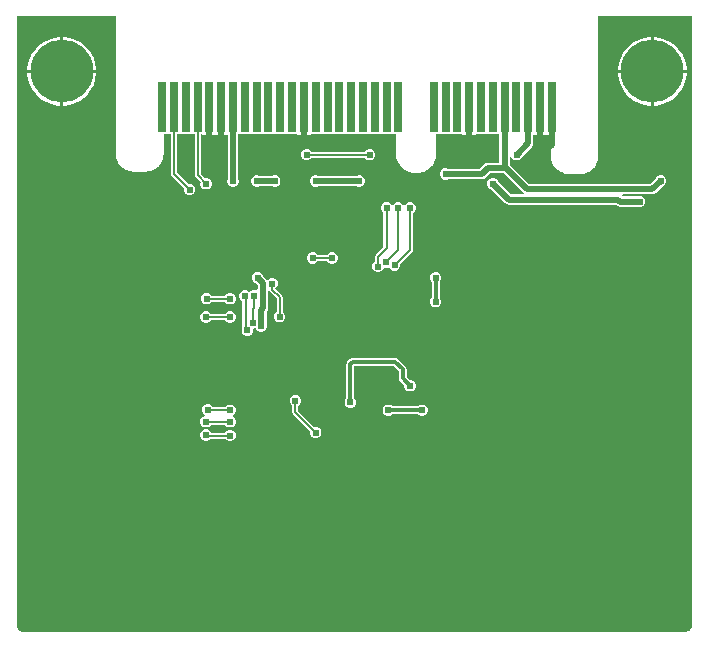
<source format=gbl>
G04*
G04 #@! TF.GenerationSoftware,Altium Limited,Altium Designer,22.7.1 (60)*
G04*
G04 Layer_Physical_Order=2*
G04 Layer_Color=16711680*
%FSLAX25Y25*%
%MOIN*%
G70*
G04*
G04 #@! TF.SameCoordinates,6B1A839A-61CB-4D6D-ABE2-456D9947CFF6*
G04*
G04*
G04 #@! TF.FilePolarity,Positive*
G04*
G01*
G75*
%ADD16C,0.00800*%
%ADD17C,0.01200*%
%ADD41C,0.02400*%
%ADD43R,0.02756X0.16535*%
%ADD44R,0.02756X0.16535*%
%ADD45C,0.00600*%
%ADD46C,0.02000*%
%ADD47C,0.20866*%
%ADD48C,0.01400*%
G36*
X536864Y205500D02*
Y205306D01*
X536788Y204924D01*
X536639Y204565D01*
X536423Y204241D01*
X536148Y203967D01*
X535825Y203750D01*
X535466Y203602D01*
X535084Y203526D01*
X313691D01*
X313310Y203602D01*
X312951Y203750D01*
X312627Y203967D01*
X312352Y204242D01*
X312136Y204565D01*
X311987Y204924D01*
X311912Y205306D01*
Y205500D01*
Y408858D01*
X344643Y408858D01*
X344700Y408846D01*
X344753Y408824D01*
X344801Y408792D01*
X344842Y408751D01*
X344874Y408703D01*
X344896Y408650D01*
X344907Y408593D01*
X344907Y362808D01*
X344917Y362734D01*
X344911Y362660D01*
X344925Y362375D01*
X344965Y362155D01*
X344979Y361933D01*
X345091Y361374D01*
X345186Y361093D01*
X345263Y360806D01*
X345481Y360279D01*
X345629Y360022D01*
X345761Y359756D01*
X346077Y359282D01*
X346273Y359059D01*
X346454Y358824D01*
X346857Y358420D01*
X347092Y358240D01*
X347315Y358044D01*
X347789Y357728D01*
X348056Y357596D01*
X348312Y357448D01*
X348839Y357230D01*
X349126Y357153D01*
X349407Y357057D01*
X349966Y356946D01*
X350188Y356932D01*
X350408Y356892D01*
X350693Y356878D01*
X350767Y356884D01*
X350841Y356874D01*
X354835Y356874D01*
X354909Y356884D01*
X354984Y356878D01*
X355272Y356892D01*
X355491Y356932D01*
X355714Y356946D01*
X356279Y357059D01*
X356560Y357154D01*
X356847Y357231D01*
X357379Y357452D01*
X357636Y357600D01*
X357903Y357731D01*
X358382Y358051D01*
X358605Y358247D01*
X358840Y358428D01*
X359248Y358835D01*
X359429Y359071D01*
X359624Y359294D01*
X359944Y359773D01*
X360076Y360039D01*
X360224Y360296D01*
X360444Y360829D01*
X360521Y361115D01*
X360617Y361396D01*
X360729Y361962D01*
X360744Y362184D01*
X360784Y362403D01*
X360798Y362692D01*
X360792Y362766D01*
X360802Y362840D01*
Y369487D01*
X363150D01*
Y356075D01*
X363150Y356075D01*
X363235Y355646D01*
X363479Y355282D01*
X367600Y351160D01*
Y350468D01*
X367889Y349770D01*
X368424Y349236D01*
X369122Y348946D01*
X369878D01*
X370576Y349236D01*
X371111Y349770D01*
X371400Y350468D01*
Y351224D01*
X371111Y351923D01*
X370576Y352457D01*
X369878Y352747D01*
X369186D01*
X365393Y356539D01*
Y369487D01*
X371126D01*
Y355669D01*
X371204Y355279D01*
X371425Y354948D01*
X373124Y353250D01*
X373100Y353193D01*
Y352437D01*
X373389Y351739D01*
X373924Y351204D01*
X374622Y350915D01*
X375378D01*
X376076Y351204D01*
X376611Y351739D01*
X376900Y352437D01*
Y353193D01*
X376611Y353891D01*
X376076Y354426D01*
X375378Y354715D01*
X374622D01*
X374565Y354692D01*
X373165Y356092D01*
Y369487D01*
X373705D01*
Y369187D01*
X375583D01*
Y378454D01*
X376583D01*
Y369187D01*
X379520D01*
Y378454D01*
X380520D01*
Y369187D01*
X382223D01*
Y354524D01*
X382057Y354122D01*
Y353366D01*
X382346Y352668D01*
X382880Y352133D01*
X383579Y351844D01*
X384335D01*
X385033Y352133D01*
X385567Y352668D01*
X385857Y353366D01*
Y354122D01*
X385690Y354524D01*
Y369487D01*
X405201D01*
Y369187D01*
X407079D01*
Y378454D01*
X408079D01*
Y369187D01*
X409957D01*
Y369487D01*
X438214D01*
Y362903D01*
X438224Y362829D01*
X438218Y362755D01*
X438234Y362421D01*
X438274Y362202D01*
X438289Y361979D01*
X438419Y361325D01*
X438514Y361044D01*
X438591Y360757D01*
X438846Y360141D01*
X438995Y359884D01*
X439126Y359618D01*
X439497Y359063D01*
X439692Y358840D01*
X439873Y358605D01*
X440345Y358133D01*
X440580Y357952D01*
X440803Y357757D01*
X441358Y357386D01*
X441624Y357255D01*
X441881Y357106D01*
X442498Y356851D01*
X442784Y356774D01*
X443065Y356679D01*
X443719Y356549D01*
X443942Y356534D01*
X444161Y356494D01*
X444495Y356478D01*
X444569Y356484D01*
X444643Y356474D01*
X445317D01*
X445391Y356484D01*
X445466Y356478D01*
X445799Y356494D01*
X446019Y356534D01*
X446241Y356549D01*
X446896Y356679D01*
X447177Y356774D01*
X447463Y356851D01*
X448079Y357106D01*
X448337Y357255D01*
X448603Y357386D01*
X449157Y357757D01*
X449380Y357952D01*
X449616Y358133D01*
X450087Y358605D01*
X450268Y358840D01*
X450464Y359063D01*
X450835Y359618D01*
X450966Y359884D01*
X451114Y360141D01*
X451369Y360757D01*
X451446Y361044D01*
X451542Y361325D01*
X451672Y361979D01*
X451686Y362202D01*
X451726Y362421D01*
X451743Y362755D01*
X451736Y362829D01*
X451746Y362903D01*
Y369487D01*
X460319D01*
Y369187D01*
X462197D01*
Y378454D01*
X463197D01*
Y369187D01*
X465075D01*
Y369487D01*
X472775D01*
Y359733D01*
X469000D01*
X468337Y359601D01*
X467774Y359226D01*
X466282Y357733D01*
X455603D01*
X455201Y357900D01*
X454445D01*
X453747Y357611D01*
X453212Y357076D01*
X452923Y356378D01*
Y355622D01*
X453212Y354924D01*
X453747Y354389D01*
X454445Y354100D01*
X455201D01*
X455603Y354267D01*
X467000D01*
X467663Y354399D01*
X468226Y354774D01*
X469718Y356267D01*
X474282D01*
X480774Y349774D01*
X480774Y349774D01*
X480836Y349733D01*
X480684Y349233D01*
X476604D01*
X472348Y353489D01*
X472182Y353891D01*
X471647Y354426D01*
X470949Y354715D01*
X470193D01*
X469495Y354426D01*
X468960Y353891D01*
X468671Y353193D01*
Y352437D01*
X468960Y351739D01*
X469495Y351204D01*
X469897Y351038D01*
X474660Y346274D01*
X475222Y345899D01*
X475886Y345767D01*
X511582D01*
X511715Y345634D01*
X512277Y345258D01*
X512941Y345126D01*
X518720D01*
X519122Y344959D01*
X519878D01*
X520576Y345249D01*
X521111Y345783D01*
X521400Y346481D01*
Y347237D01*
X521111Y347936D01*
X520576Y348470D01*
X519878Y348759D01*
X519122D01*
X518720Y348593D01*
X513919D01*
X513777Y348767D01*
X514015Y349267D01*
X523756D01*
X524419Y349399D01*
X524982Y349774D01*
X527174Y351967D01*
X527576Y352133D01*
X528111Y352668D01*
X528400Y353366D01*
Y354122D01*
X528111Y354820D01*
X527576Y355355D01*
X526878Y355644D01*
X526122D01*
X525424Y355355D01*
X524889Y354820D01*
X524723Y354418D01*
X523038Y352733D01*
X482718D01*
X476241Y359210D01*
Y361682D01*
X476741Y361781D01*
X476889Y361424D01*
X477424Y360889D01*
X478122Y360600D01*
X478878D01*
X479576Y360889D01*
X480111Y361424D01*
X480277Y361826D01*
X483607Y365156D01*
X483983Y365719D01*
X484115Y366382D01*
Y369187D01*
X485819D01*
Y378454D01*
X486819D01*
Y369187D01*
X488697D01*
Y369187D01*
X489789D01*
Y362502D01*
X489799Y362427D01*
X489793Y362353D01*
X489810Y362010D01*
X489850Y361790D01*
X489864Y361568D01*
X489998Y360895D01*
X490094Y360614D01*
X490170Y360327D01*
X490433Y359693D01*
X490581Y359436D01*
X490713Y359170D01*
X491094Y358599D01*
X491290Y358376D01*
X491470Y358141D01*
X491956Y357655D01*
X492191Y357474D01*
X492414Y357279D01*
X492985Y356898D01*
X493251Y356766D01*
X493508Y356618D01*
X494142Y356355D01*
X494429Y356278D01*
X494710Y356183D01*
X495383Y356049D01*
X495606Y356035D01*
X495825Y355995D01*
X496168Y355978D01*
X496243Y355984D01*
X496316Y355974D01*
X499605Y355974D01*
X499679Y355984D01*
X499753Y355978D01*
X500052Y355993D01*
X500272Y356032D01*
X500494Y356047D01*
X501081Y356164D01*
X501362Y356259D01*
X501649Y356336D01*
X502202Y356565D01*
X502459Y356713D01*
X502725Y356845D01*
X503223Y357177D01*
X503446Y357373D01*
X503681Y357553D01*
X504104Y357977D01*
X504285Y358212D01*
X504481Y358435D01*
X504813Y358933D01*
X504944Y359199D01*
X505093Y359456D01*
X505322Y360009D01*
X505398Y360295D01*
X505494Y360576D01*
X505611Y361163D01*
X505625Y361386D01*
X505665Y361605D01*
X505680Y361904D01*
X505674Y361979D01*
X505683Y362053D01*
X505683Y408858D01*
X536864D01*
X536864Y205500D01*
D02*
G37*
%LPC*%
G36*
X524620Y401698D02*
X524221D01*
Y390765D01*
X535153D01*
Y391165D01*
X534872Y392943D01*
X534316Y394654D01*
X533499Y396258D01*
X532441Y397713D01*
X531169Y398986D01*
X529713Y400044D01*
X528109Y400861D01*
X526398Y401417D01*
X524620Y401698D01*
D02*
G37*
G36*
X523220D02*
X522821D01*
X521043Y401417D01*
X519332Y400861D01*
X517728Y400044D01*
X516272Y398986D01*
X515000Y397713D01*
X513942Y396258D01*
X513125Y394654D01*
X512569Y392943D01*
X512287Y391165D01*
Y390765D01*
X523220D01*
Y401698D01*
D02*
G37*
G36*
X327770D02*
X327370D01*
Y390765D01*
X338303D01*
Y391165D01*
X338022Y392943D01*
X337466Y394654D01*
X336649Y396258D01*
X335591Y397713D01*
X334318Y398986D01*
X332862Y400044D01*
X331259Y400861D01*
X329547Y401417D01*
X327770Y401698D01*
D02*
G37*
G36*
X326370D02*
X325970D01*
X324193Y401417D01*
X322481Y400861D01*
X320878Y400044D01*
X319422Y398986D01*
X318149Y397713D01*
X317092Y396258D01*
X316275Y394654D01*
X315719Y392943D01*
X315437Y391165D01*
Y390765D01*
X326370D01*
Y401698D01*
D02*
G37*
G36*
X535153Y389765D02*
X524221D01*
Y378832D01*
X524620D01*
X526398Y379114D01*
X528109Y379670D01*
X529713Y380487D01*
X531169Y381545D01*
X532441Y382817D01*
X533499Y384273D01*
X534316Y385877D01*
X534872Y387588D01*
X535153Y389366D01*
Y389765D01*
D02*
G37*
G36*
X523220D02*
X512287D01*
Y389366D01*
X512569Y387588D01*
X513125Y385877D01*
X513942Y384273D01*
X515000Y382817D01*
X516272Y381545D01*
X517728Y380487D01*
X519332Y379670D01*
X521043Y379114D01*
X522821Y378832D01*
X523220D01*
Y389765D01*
D02*
G37*
G36*
X338303D02*
X327370D01*
Y378832D01*
X327770D01*
X329547Y379114D01*
X331259Y379670D01*
X332862Y380487D01*
X334318Y381545D01*
X335591Y382817D01*
X336649Y384273D01*
X337466Y385877D01*
X338022Y387588D01*
X338303Y389366D01*
Y389765D01*
D02*
G37*
G36*
X326370D02*
X315437D01*
Y389366D01*
X315719Y387588D01*
X316275Y385877D01*
X317092Y384273D01*
X318149Y382817D01*
X319422Y381545D01*
X320878Y380487D01*
X322481Y379670D01*
X324193Y379114D01*
X325970Y378832D01*
X326370D01*
Y389765D01*
D02*
G37*
G36*
X408878Y364408D02*
X408122D01*
X407424Y364119D01*
X406889Y363584D01*
X406600Y362886D01*
Y362130D01*
X406889Y361432D01*
X407424Y360897D01*
X408122Y360608D01*
X408878D01*
X409576Y360897D01*
X410111Y361432D01*
X410134Y361488D01*
X427863D01*
X427889Y361424D01*
X428424Y360889D01*
X429122Y360600D01*
X429878D01*
X430576Y360889D01*
X431111Y361424D01*
X431400Y362122D01*
Y362878D01*
X431111Y363576D01*
X430576Y364111D01*
X429878Y364400D01*
X429122D01*
X428424Y364111D01*
X427889Y363576D01*
X427869Y363527D01*
X410134D01*
X410111Y363584D01*
X409576Y364119D01*
X408878Y364408D01*
D02*
G37*
G36*
X426378Y355644D02*
X425622D01*
X425220Y355477D01*
X412296D01*
X411894Y355644D01*
X411138D01*
X410440Y355355D01*
X409905Y354820D01*
X409616Y354122D01*
Y353366D01*
X409905Y352668D01*
X410440Y352133D01*
X411138Y351844D01*
X411894D01*
X412296Y352011D01*
X425220D01*
X425622Y351844D01*
X426378D01*
X427076Y352133D01*
X427611Y352668D01*
X427900Y353366D01*
Y354122D01*
X427611Y354820D01*
X427076Y355355D01*
X426378Y355644D01*
D02*
G37*
G36*
X398234D02*
X397478D01*
X397076Y355477D01*
X392736D01*
X392334Y355644D01*
X391578D01*
X390880Y355355D01*
X390345Y354820D01*
X390056Y354122D01*
Y353366D01*
X390345Y352668D01*
X390880Y352133D01*
X391578Y351844D01*
X392334D01*
X392736Y352011D01*
X397076D01*
X397478Y351844D01*
X398234D01*
X398932Y352133D01*
X399467Y352668D01*
X399756Y353366D01*
Y354122D01*
X399467Y354820D01*
X398932Y355355D01*
X398234Y355644D01*
D02*
G37*
G36*
X443378Y346672D02*
X442622D01*
X441924Y346382D01*
X441389Y345848D01*
X441271Y345561D01*
X440729D01*
X440611Y345848D01*
X440076Y346382D01*
X439378Y346672D01*
X438622D01*
X437924Y346382D01*
X437389Y345848D01*
X437339Y345728D01*
X436798D01*
X436749Y345848D01*
X436214Y346382D01*
X435516Y346672D01*
X434760D01*
X434062Y346382D01*
X433527Y345848D01*
X433238Y345149D01*
Y344394D01*
X433527Y343695D01*
X434062Y343161D01*
X434118Y343137D01*
Y331655D01*
X431557Y329094D01*
X431336Y328763D01*
X431258Y328373D01*
Y326802D01*
X431202Y326779D01*
X430667Y326244D01*
X430378Y325546D01*
Y324790D01*
X430667Y324092D01*
X431202Y323557D01*
X431900Y323268D01*
X432656D01*
X433354Y323557D01*
X433889Y324092D01*
X434069Y324527D01*
X434556Y324866D01*
X435312D01*
X435970Y325138D01*
X436210Y324559D01*
X436744Y324024D01*
X437442Y323735D01*
X438198D01*
X438897Y324024D01*
X439431Y324559D01*
X439720Y325257D01*
Y326013D01*
X439697Y326070D01*
X443721Y330094D01*
X443942Y330424D01*
X444020Y330815D01*
Y343137D01*
X444076Y343161D01*
X444611Y343695D01*
X444900Y344394D01*
Y345149D01*
X444611Y345848D01*
X444076Y346382D01*
X443378Y346672D01*
D02*
G37*
G36*
X417378Y329900D02*
X416622D01*
X415924Y329611D01*
X415389Y329076D01*
X415366Y329020D01*
X412134D01*
X412111Y329076D01*
X411576Y329611D01*
X410878Y329900D01*
X410122D01*
X409424Y329611D01*
X408889Y329076D01*
X408600Y328378D01*
Y327622D01*
X408889Y326924D01*
X409424Y326389D01*
X410122Y326100D01*
X410878D01*
X411576Y326389D01*
X412111Y326924D01*
X412134Y326980D01*
X415366D01*
X415389Y326924D01*
X415924Y326389D01*
X416622Y326100D01*
X417378D01*
X418076Y326389D01*
X418611Y326924D01*
X418900Y327622D01*
Y328378D01*
X418611Y329076D01*
X418076Y329611D01*
X417378Y329900D01*
D02*
G37*
G36*
X392534Y323400D02*
X391778D01*
X391080Y323111D01*
X390545Y322576D01*
X390256Y321878D01*
Y321122D01*
X390545Y320424D01*
X391080Y319889D01*
X391297Y319799D01*
X392167Y318930D01*
Y317571D01*
X391667Y317237D01*
X391378Y317357D01*
X390622D01*
X389924Y317068D01*
X389450Y316594D01*
X388976Y317068D01*
X388278Y317357D01*
X387522D01*
X386824Y317068D01*
X386289Y316533D01*
X386000Y315835D01*
Y315079D01*
X386289Y314381D01*
X386824Y313846D01*
X387078Y313740D01*
Y305500D01*
X387078Y305500D01*
X387164Y305071D01*
X387174Y305056D01*
X387109Y304991D01*
X386820Y304293D01*
Y303537D01*
X387109Y302839D01*
X387643Y302304D01*
X388342Y302015D01*
X389098D01*
X389796Y302304D01*
X390330Y302839D01*
X390620Y303537D01*
Y304293D01*
X391028Y304615D01*
X391514Y304816D01*
X391763Y304215D01*
X392298Y303680D01*
X392996Y303391D01*
X393752D01*
X394450Y303680D01*
X394985Y304215D01*
X395274Y304913D01*
Y305669D01*
X395133Y306009D01*
Y310078D01*
X395501Y310628D01*
X395633Y311292D01*
Y316928D01*
X396096Y317022D01*
X396133Y317014D01*
X396343Y316701D01*
X398480Y314563D01*
Y310134D01*
X398424Y310111D01*
X397889Y309576D01*
X397600Y308878D01*
Y308122D01*
X397889Y307424D01*
X398424Y306889D01*
X399122Y306600D01*
X399878D01*
X400576Y306889D01*
X401111Y307424D01*
X401400Y308122D01*
Y308878D01*
X401111Y309576D01*
X400576Y310111D01*
X400520Y310134D01*
Y314985D01*
X400442Y315375D01*
X400221Y315706D01*
X398083Y317844D01*
Y318007D01*
X398521Y318445D01*
X398810Y319144D01*
Y319900D01*
X398521Y320598D01*
X397987Y321132D01*
X397288Y321422D01*
X396533D01*
X395834Y321132D01*
X395535Y320833D01*
X395126Y320873D01*
X394010Y321989D01*
X393767Y322576D01*
X393232Y323111D01*
X392534Y323400D01*
D02*
G37*
G36*
X383378Y316400D02*
X382622D01*
X381924Y316111D01*
X381389Y315576D01*
X381366Y315520D01*
X376772D01*
X376748Y315576D01*
X376214Y316111D01*
X375516Y316400D01*
X374760D01*
X374061Y316111D01*
X373527Y315576D01*
X373238Y314878D01*
Y314122D01*
X373527Y313424D01*
X374061Y312889D01*
X374760Y312600D01*
X375516D01*
X376214Y312889D01*
X376748Y313424D01*
X376772Y313480D01*
X381366D01*
X381389Y313424D01*
X381924Y312889D01*
X382622Y312600D01*
X383378D01*
X384076Y312889D01*
X384611Y313424D01*
X384900Y314122D01*
Y314878D01*
X384611Y315576D01*
X384076Y316111D01*
X383378Y316400D01*
D02*
G37*
G36*
X451878Y323400D02*
X451122D01*
X450424Y323111D01*
X449889Y322576D01*
X449600Y321878D01*
Y321122D01*
X449889Y320424D01*
X450175Y320139D01*
Y314861D01*
X449889Y314576D01*
X449600Y313878D01*
Y313122D01*
X449889Y312424D01*
X450424Y311889D01*
X451122Y311600D01*
X451878D01*
X452576Y311889D01*
X453111Y312424D01*
X453400Y313122D01*
Y313878D01*
X453111Y314576D01*
X452825Y314861D01*
Y320139D01*
X453111Y320424D01*
X453400Y321122D01*
Y321878D01*
X453111Y322576D01*
X452576Y323111D01*
X451878Y323400D01*
D02*
G37*
G36*
X383378Y310321D02*
X382622D01*
X381924Y310032D01*
X381389Y309497D01*
X381366Y309441D01*
X376634D01*
X376611Y309497D01*
X376076Y310032D01*
X375378Y310321D01*
X374622D01*
X373924Y310032D01*
X373389Y309497D01*
X373100Y308799D01*
Y308043D01*
X373389Y307345D01*
X373924Y306810D01*
X374622Y306521D01*
X375378D01*
X376076Y306810D01*
X376611Y307345D01*
X376634Y307402D01*
X381366D01*
X381389Y307345D01*
X381924Y306810D01*
X382622Y306521D01*
X383378D01*
X384076Y306810D01*
X384611Y307345D01*
X384900Y308043D01*
Y308799D01*
X384611Y309497D01*
X384076Y310032D01*
X383378Y310321D01*
D02*
G37*
G36*
X438000Y294826D02*
X423835D01*
X423327Y294725D01*
X422897Y294437D01*
X422110Y293650D01*
X421823Y293220D01*
X421722Y292713D01*
Y281280D01*
X421437Y280995D01*
X421147Y280296D01*
Y279540D01*
X421437Y278842D01*
X421971Y278308D01*
X422669Y278018D01*
X423425D01*
X424123Y278308D01*
X424658Y278842D01*
X424947Y279540D01*
Y280296D01*
X424658Y280995D01*
X424373Y281280D01*
Y292164D01*
X424384Y292175D01*
X437451D01*
X439175Y290451D01*
Y288000D01*
X439275Y287493D01*
X439563Y287063D01*
X441100Y285525D01*
Y285122D01*
X441389Y284424D01*
X441924Y283889D01*
X442622Y283600D01*
X443378D01*
X444076Y283889D01*
X444611Y284424D01*
X444900Y285122D01*
Y285878D01*
X444611Y286576D01*
X444076Y287111D01*
X443378Y287400D01*
X442975D01*
X441825Y288549D01*
Y291000D01*
X441725Y291507D01*
X441437Y291937D01*
X438937Y294437D01*
X438507Y294725D01*
X438000Y294826D01*
D02*
G37*
G36*
X447378Y279201D02*
X446622D01*
X445924Y278911D01*
X445639Y278626D01*
X437081D01*
X436796Y278911D01*
X436097Y279201D01*
X435342D01*
X434643Y278911D01*
X434109Y278377D01*
X433819Y277679D01*
Y276923D01*
X434109Y276224D01*
X434643Y275690D01*
X435342Y275401D01*
X436097D01*
X436796Y275690D01*
X437081Y275975D01*
X445639D01*
X445924Y275690D01*
X446622Y275401D01*
X447378D01*
X448076Y275690D01*
X448611Y276224D01*
X448900Y276923D01*
Y277679D01*
X448611Y278377D01*
X448076Y278911D01*
X447378Y279201D01*
D02*
G37*
G36*
X375878Y279400D02*
X375122D01*
X374424Y279111D01*
X373889Y278576D01*
X373600Y277878D01*
Y277122D01*
X373889Y276424D01*
X374424Y275889D01*
X374490Y275862D01*
X374460Y275333D01*
X373924Y275111D01*
X373389Y274576D01*
X373100Y273878D01*
Y273122D01*
X373389Y272424D01*
X373924Y271889D01*
X374622Y271600D01*
X375378D01*
X376076Y271889D01*
X376611Y272424D01*
X376634Y272480D01*
X381366D01*
X381389Y272424D01*
X381924Y271889D01*
X382622Y271600D01*
X383378D01*
X384076Y271889D01*
X384611Y272424D01*
X384900Y273122D01*
Y273878D01*
X384611Y274576D01*
X384076Y275111D01*
X384030Y275130D01*
Y275671D01*
X384076Y275690D01*
X384611Y276224D01*
X384900Y276923D01*
Y277679D01*
X384611Y278377D01*
X384076Y278911D01*
X383378Y279201D01*
X382622D01*
X381924Y278911D01*
X381389Y278377D01*
X381366Y278320D01*
X377217D01*
X377111Y278576D01*
X376576Y279111D01*
X375878Y279400D01*
D02*
G37*
G36*
X405130Y282400D02*
X404374D01*
X403676Y282111D01*
X403141Y281576D01*
X402852Y280878D01*
Y280122D01*
X403141Y279424D01*
X403676Y278889D01*
X403732Y278866D01*
Y276610D01*
X403810Y276220D01*
X404031Y275889D01*
X409639Y270281D01*
X409616Y270224D01*
Y269468D01*
X409905Y268770D01*
X410440Y268236D01*
X411138Y267947D01*
X411894D01*
X412592Y268236D01*
X413127Y268770D01*
X413416Y269468D01*
Y270224D01*
X413127Y270923D01*
X412592Y271457D01*
X411894Y271746D01*
X411138D01*
X411081Y271723D01*
X405772Y277032D01*
Y278866D01*
X405828Y278889D01*
X406363Y279424D01*
X406652Y280122D01*
Y280878D01*
X406363Y281576D01*
X405828Y282111D01*
X405130Y282400D01*
D02*
G37*
G36*
X375378Y270900D02*
X374622D01*
X373924Y270611D01*
X373389Y270076D01*
X373100Y269378D01*
Y268622D01*
X373389Y267924D01*
X373924Y267389D01*
X374622Y267100D01*
X375378D01*
X376076Y267389D01*
X376530Y267843D01*
X381366D01*
X381389Y267786D01*
X381924Y267251D01*
X382622Y266962D01*
X383378D01*
X384076Y267251D01*
X384611Y267786D01*
X384900Y268484D01*
Y269240D01*
X384611Y269938D01*
X384076Y270473D01*
X383378Y270762D01*
X382622D01*
X381924Y270473D01*
X381389Y269938D01*
X381366Y269882D01*
X376691D01*
X376611Y270076D01*
X376076Y270611D01*
X375378Y270900D01*
D02*
G37*
%LPD*%
D16*
X387900Y315457D02*
X388200Y315157D01*
Y305500D02*
Y315157D01*
Y305500D02*
X388414Y305287D01*
Y304221D02*
Y305287D01*
Y304221D02*
X388720Y303915D01*
X364272Y356075D02*
X369500Y350847D01*
X364272Y356075D02*
Y378454D01*
D17*
X423047Y279918D02*
Y292713D01*
X440500Y288000D02*
Y291000D01*
X438000Y293500D02*
X440500Y291000D01*
X423835Y293500D02*
X438000D01*
X451500Y313500D02*
Y321500D01*
X440500Y288000D02*
X443000Y285500D01*
X423047Y292713D02*
X423835Y293500D01*
X435719Y277301D02*
X447000D01*
D41*
X375000Y352815D02*
D03*
X383000Y308421D02*
D03*
Y314500D02*
D03*
X419504Y309996D02*
D03*
X423835D02*
D03*
X428165D02*
D03*
X432496D02*
D03*
X419504Y305665D02*
D03*
X423835D02*
D03*
X428165D02*
D03*
X432496D02*
D03*
X419504Y301335D02*
D03*
X423835D02*
D03*
X428165D02*
D03*
X432496D02*
D03*
X419504Y297004D02*
D03*
X423835D02*
D03*
X428165D02*
D03*
X432496D02*
D03*
X461516Y311000D02*
D03*
X459877Y350847D02*
D03*
X443000Y259500D02*
D03*
X435719Y258500D02*
D03*
X428953Y258488D02*
D03*
X422000Y259500D02*
D03*
X482304Y361500D02*
D03*
X450500Y259500D02*
D03*
X478500Y362500D02*
D03*
X427000Y366335D02*
D03*
X454823Y356000D02*
D03*
X526500Y353744D02*
D03*
X470571Y352815D02*
D03*
X408500Y362508D02*
D03*
X411516Y353744D02*
D03*
X443000Y285500D02*
D03*
X426000Y353744D02*
D03*
X429500Y362500D02*
D03*
X375000Y308421D02*
D03*
X403642Y366335D02*
D03*
X443000Y344772D02*
D03*
X399500Y366335D02*
D03*
X451500Y321500D02*
D03*
X407500Y366500D02*
D03*
X369500Y350847D02*
D03*
X435138Y344772D02*
D03*
X439000D02*
D03*
X375499Y360000D02*
D03*
X432278Y325168D02*
D03*
X435719Y277301D02*
D03*
X403642Y295500D02*
D03*
X446500Y294642D02*
D03*
X375138Y314500D02*
D03*
X462500Y365500D02*
D03*
X502319Y339500D02*
D03*
X465362Y346296D02*
D03*
X447000Y277301D02*
D03*
X494319Y339500D02*
D03*
X383000Y277301D02*
D03*
X465362Y316500D02*
D03*
X451500Y313500D02*
D03*
X375000Y269000D02*
D03*
X375500Y277500D02*
D03*
X399500Y308500D02*
D03*
X392156Y321500D02*
D03*
X383000Y273500D02*
D03*
Y268862D02*
D03*
X423047Y279918D02*
D03*
X397856Y353744D02*
D03*
X391956D02*
D03*
X383957D02*
D03*
X519500Y346859D02*
D03*
X426000Y341000D02*
D03*
X437820Y325635D02*
D03*
X434934Y326766D02*
D03*
X485319Y339500D02*
D03*
X375000Y273500D02*
D03*
X388744Y294642D02*
D03*
X393374Y305291D02*
D03*
X396910Y319522D02*
D03*
X387900Y315457D02*
D03*
X391000D02*
D03*
X390500Y306453D02*
D03*
X410500Y328000D02*
D03*
X388720Y303915D02*
D03*
X417000Y328000D02*
D03*
X404752Y280500D02*
D03*
X411516Y269847D02*
D03*
D43*
X391831Y378454D02*
D03*
X399705D02*
D03*
X411516D02*
D03*
X360335D02*
D03*
X372146D02*
D03*
X383957D02*
D03*
X380020D02*
D03*
X364272D02*
D03*
X376083D02*
D03*
X403642D02*
D03*
X395768D02*
D03*
X368209D02*
D03*
X407579D02*
D03*
X387894D02*
D03*
X419390D02*
D03*
X458760D02*
D03*
X423327D02*
D03*
X435138D02*
D03*
X486319D02*
D03*
X478445D02*
D03*
X450886D02*
D03*
X462697D02*
D03*
X439075D02*
D03*
X427264D02*
D03*
X470571D02*
D03*
X466634D02*
D03*
X454823D02*
D03*
X482382D02*
D03*
X474508D02*
D03*
X431201D02*
D03*
X415453D02*
D03*
D44*
X490256D02*
D03*
D45*
X372146Y355669D02*
X375000Y352815D01*
X372146Y355669D02*
Y378454D01*
X375000Y308421D02*
X383000D01*
X375138Y314500D02*
X383000D01*
X396910Y319522D02*
X397063Y319369D01*
Y317422D02*
Y319369D01*
Y317422D02*
X399500Y314985D01*
X391000Y311448D02*
Y315457D01*
X390500Y306453D02*
Y310948D01*
X391000Y311448D01*
X410500Y328000D02*
X417000D01*
X399500Y308500D02*
Y314985D01*
X404752Y276610D02*
X411516Y269847D01*
X404752Y276610D02*
Y280500D01*
X375500Y273500D02*
X383000D01*
X375138Y268862D02*
X383000D01*
X375000Y269000D02*
X375138Y268862D01*
X439000Y330832D02*
Y344772D01*
X434934Y326766D02*
X439000Y330832D01*
X435138Y331233D02*
Y344772D01*
X432278Y328373D02*
X435138Y331233D01*
X432278Y325168D02*
Y328373D01*
X437820Y325635D02*
X443000Y330815D01*
Y344772D01*
X429492Y362508D02*
X429500Y362500D01*
X408500Y362508D02*
X429492D01*
X375499Y273501D02*
X375500Y273500D01*
X375002Y273501D02*
X375499D01*
X375000Y273500D02*
X375002Y273501D01*
X375699Y277301D02*
X383000D01*
X375500Y277500D02*
X375699Y277301D01*
D46*
X393900Y311292D02*
Y319648D01*
X393400Y305317D02*
Y310792D01*
X392156Y321392D02*
X393900Y319648D01*
X393400Y310792D02*
X393900Y311292D01*
X392156Y321392D02*
Y321500D01*
X393374Y305291D02*
X393400Y305317D01*
X391956Y353744D02*
X397856D01*
X383957D02*
Y378454D01*
X512941Y346859D02*
X519500D01*
X512300Y347500D02*
X512941Y346859D01*
X475000Y358000D02*
X482000Y351000D01*
X523756D01*
X526500Y353744D01*
X475886Y347500D02*
X512300D01*
X470571Y352815D02*
X475886Y347500D01*
X469000Y358000D02*
X475000D01*
X474508Y358492D02*
Y378454D01*
Y358492D02*
X475000Y358000D01*
X489084Y364689D02*
X490256Y365861D01*
Y378454D01*
X486319Y364689D02*
X489084D01*
X485493D02*
X486319D01*
X482304Y361500D02*
X485493Y364689D01*
X478500Y362500D02*
X482382Y366382D01*
Y378454D01*
X486319Y364689D02*
Y378454D01*
X462697Y365697D02*
Y378454D01*
X462500Y365500D02*
X462697Y365697D01*
X407579Y366579D02*
Y378454D01*
X407500Y366500D02*
X407579Y366579D01*
X375499Y360000D02*
X378500D01*
X380020Y361520D01*
Y378454D01*
X376083Y360584D02*
Y378454D01*
X375499Y360000D02*
X376083Y360584D01*
X411516Y353744D02*
X426000D01*
X454823Y356000D02*
X467000D01*
X469000Y358000D01*
D47*
X326870Y390265D02*
D03*
X523721D02*
D03*
D48*
X332683Y384452D02*
D03*
X335091Y390265D02*
D03*
X332683Y396078D02*
D03*
X326870Y398486D02*
D03*
D03*
X321057Y396078D02*
D03*
X318649Y390265D02*
D03*
X321057Y384452D02*
D03*
X326870Y382045D02*
D03*
X529533Y384452D02*
D03*
X531941Y390265D02*
D03*
X529533Y396078D02*
D03*
X523721Y398486D02*
D03*
D03*
X517907Y396078D02*
D03*
X515500Y390265D02*
D03*
X517907Y384452D02*
D03*
X523721Y382045D02*
D03*
M02*

</source>
